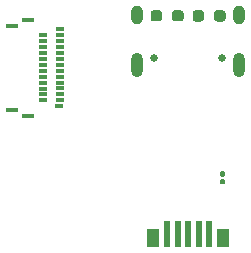
<source format=gbr>
%TF.GenerationSoftware,KiCad,Pcbnew,(5.1.10)-1*%
%TF.CreationDate,2022-04-16T23:27:38-04:00*%
%TF.ProjectId,001,3030312e-6b69-4636-9164-5f7063625858,rev?*%
%TF.SameCoordinates,Original*%
%TF.FileFunction,Soldermask,Top*%
%TF.FilePolarity,Negative*%
%FSLAX46Y46*%
G04 Gerber Fmt 4.6, Leading zero omitted, Abs format (unit mm)*
G04 Created by KiCad (PCBNEW (5.1.10)-1) date 2022-04-16 23:27:38*
%MOMM*%
%LPD*%
G01*
G04 APERTURE LIST*
%ADD10O,1.000000X2.100000*%
%ADD11C,0.650000*%
%ADD12O,1.000000X1.600000*%
%ADD13R,1.060000X1.580000*%
%ADD14R,0.600000X2.180000*%
%ADD15R,1.041400X0.355600*%
%ADD16R,0.762000X0.355600*%
G04 APERTURE END LIST*
%TO.C,R2*%
G36*
G01*
X121241000Y-54242500D02*
X121241000Y-54717500D01*
G75*
G02*
X121003500Y-54955000I-237500J0D01*
G01*
X120503500Y-54955000D01*
G75*
G02*
X120266000Y-54717500I0J237500D01*
G01*
X120266000Y-54242500D01*
G75*
G02*
X120503500Y-54005000I237500J0D01*
G01*
X121003500Y-54005000D01*
G75*
G02*
X121241000Y-54242500I0J-237500D01*
G01*
G37*
G36*
G01*
X123066000Y-54242500D02*
X123066000Y-54717500D01*
G75*
G02*
X122828500Y-54955000I-237500J0D01*
G01*
X122328500Y-54955000D01*
G75*
G02*
X122091000Y-54717500I0J237500D01*
G01*
X122091000Y-54242500D01*
G75*
G02*
X122328500Y-54005000I237500J0D01*
G01*
X122828500Y-54005000D01*
G75*
G02*
X123066000Y-54242500I0J-237500D01*
G01*
G37*
%TD*%
%TO.C,R1*%
G36*
G01*
X116710000Y-54708400D02*
X116710000Y-54233400D01*
G75*
G02*
X116947500Y-53995900I237500J0D01*
G01*
X117447500Y-53995900D01*
G75*
G02*
X117685000Y-54233400I0J-237500D01*
G01*
X117685000Y-54708400D01*
G75*
G02*
X117447500Y-54945900I-237500J0D01*
G01*
X116947500Y-54945900D01*
G75*
G02*
X116710000Y-54708400I0J237500D01*
G01*
G37*
G36*
G01*
X118535000Y-54708400D02*
X118535000Y-54233400D01*
G75*
G02*
X118772500Y-53995900I237500J0D01*
G01*
X119272500Y-53995900D01*
G75*
G02*
X119510000Y-54233400I0J-237500D01*
G01*
X119510000Y-54708400D01*
G75*
G02*
X119272500Y-54945900I-237500J0D01*
G01*
X118772500Y-54945900D01*
G75*
G02*
X118535000Y-54708400I0J237500D01*
G01*
G37*
%TD*%
D10*
%TO.C,J1*%
X124224900Y-58600900D03*
X115584900Y-58600900D03*
D11*
X117014900Y-58070900D03*
D12*
X115584900Y-54420900D03*
D11*
X122794900Y-58070900D03*
D12*
X124224900Y-54420900D03*
%TD*%
D13*
%TO.C,D1*%
X116954900Y-73250000D03*
D14*
X118104900Y-72950000D03*
X119004900Y-72950000D03*
X119904900Y-72950000D03*
X120804900Y-72950000D03*
X121704900Y-72950000D03*
D13*
X122854900Y-73250000D03*
%TD*%
D15*
%TO.C,J2*%
X106358300Y-62920900D03*
X106358300Y-54830899D03*
D16*
X109008300Y-61120900D03*
X109008300Y-60620901D03*
X109008300Y-60120899D03*
X109008300Y-59620900D03*
X109008300Y-59120901D03*
X109008300Y-58620900D03*
X109008300Y-58120900D03*
X109008300Y-57620899D03*
X109008300Y-57120900D03*
X109008300Y-56620901D03*
X109008300Y-56120899D03*
X109008300Y-55620900D03*
X109008300Y-61620900D03*
X108998300Y-62120900D03*
%TD*%
D15*
%TO.C,J3*%
X104995200Y-62414600D03*
X104995200Y-55334598D03*
D16*
X107645200Y-61624599D03*
X107645200Y-61124600D03*
X107645200Y-60624598D03*
X107645200Y-60124599D03*
X107645200Y-59624600D03*
X107645200Y-59124599D03*
X107645200Y-58624599D03*
X107645200Y-58124598D03*
X107645200Y-57624599D03*
X107645200Y-57124600D03*
X107645200Y-56624598D03*
X107645200Y-56124599D03*
%TD*%
%TO.C,R5*%
G36*
G01*
X122909000Y-68109000D02*
X122709000Y-68109000D01*
G75*
G02*
X122609000Y-68009000I0J100000D01*
G01*
X122609000Y-67749000D01*
G75*
G02*
X122709000Y-67649000I100000J0D01*
G01*
X122909000Y-67649000D01*
G75*
G02*
X123009000Y-67749000I0J-100000D01*
G01*
X123009000Y-68009000D01*
G75*
G02*
X122909000Y-68109000I-100000J0D01*
G01*
G37*
G36*
G01*
X122909000Y-68749000D02*
X122709000Y-68749000D01*
G75*
G02*
X122609000Y-68649000I0J100000D01*
G01*
X122609000Y-68389000D01*
G75*
G02*
X122709000Y-68289000I100000J0D01*
G01*
X122909000Y-68289000D01*
G75*
G02*
X123009000Y-68389000I0J-100000D01*
G01*
X123009000Y-68649000D01*
G75*
G02*
X122909000Y-68749000I-100000J0D01*
G01*
G37*
%TD*%
M02*

</source>
